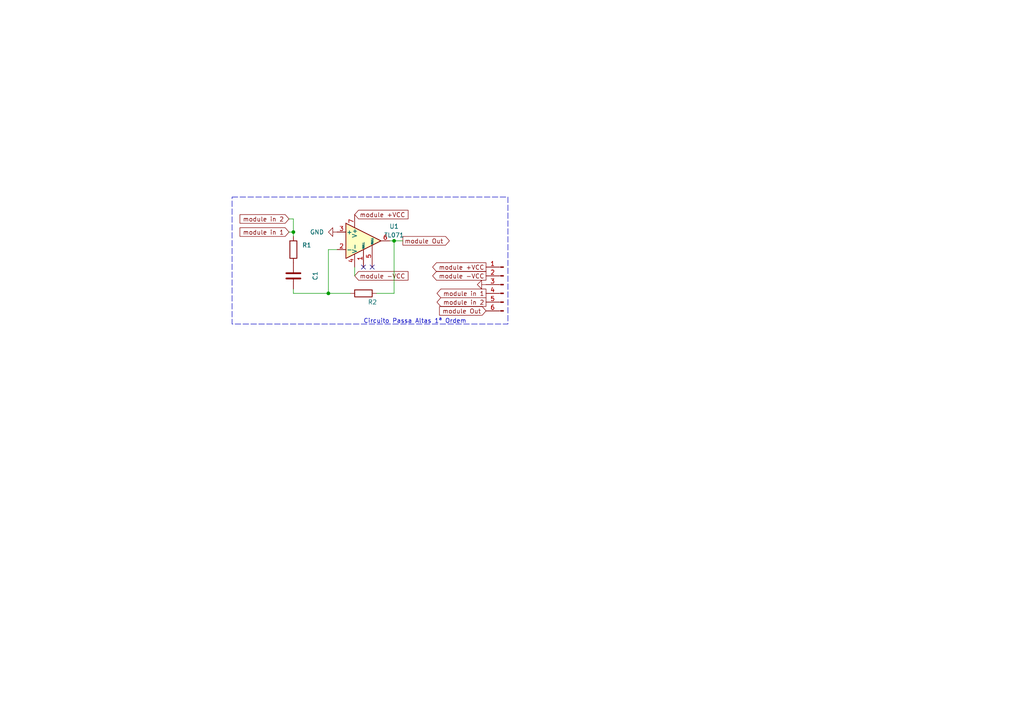
<source format=kicad_sch>
(kicad_sch (version 20230121) (generator eeschema)
  (paper "A4")
  (lib_symbols
    (symbol "Amplifier_Operational:TL071" (pin_names (offset 0.127))
      (property "Reference" "U" (at 0 6.35 0))
      (property "Value" "TL071" (at 0 3.81 0))
      (symbol "TL071_0_1"
        (polyline (pts (xy -5.08 5.08) (xy 5.08 0) (xy -5.08 -5.08) (xy -5.08 5.08)) (stroke (width 0.254)) (fill (type background)))
      )
      (symbol "TL071_1_1"
        (pin input line (at 0 -7.62 90) (length 5.08) (name "NULL") (number "1"))
        (pin input line (at -7.62 -2.54 0) (length 2.54) (name "-") (number "2"))
        (pin input line (at -7.62 2.54 0) (length 2.54) (name "+") (number "3"))
        (pin power_in line (at -2.54 -7.62 90) (length 3.81) (name "V-") (number "4"))
        (pin input line (at 2.54 -7.62 90) (length 6.35) (name "NULL") (number "5"))
        (pin output line (at 7.62 0 180) (length 2.54) (name "~") (number "6"))
        (pin power_in line (at -2.54 7.62 270) (length 3.81) (name "V+") (number "7"))
        (pin no_connect line (at 0 2.54 270) (length 2.54) hide (name "NC") (number "8"))
      )
    )
    (symbol "Connector:Conn_01x06_Pin" (pin_names (offset 1.016) hide)
      (property "Reference" "J" (at 0 7.62 0))
      (property "Value" "Conn_01x06_Pin" (at 0 -10.16 0))
      (symbol "Conn_01x06_Pin_1_1"
        (polyline (pts (xy 1.27 -7.62) (xy 0.8636 -7.62)) (stroke (width 0.1524)))
        (polyline (pts (xy 1.27 -5.08) (xy 0.8636 -5.08)) (stroke (width 0.1524)))
        (polyline (pts (xy 1.27 -2.54) (xy 0.8636 -2.54)) (stroke (width 0.1524)))
        (polyline (pts (xy 1.27 0) (xy 0.8636 0)) (stroke (width 0.1524)))
        (polyline (pts (xy 1.27 2.54) (xy 0.8636 2.54)) (stroke (width 0.1524)))
        (polyline (pts (xy 1.27 5.08) (xy 0.8636 5.08)) (stroke (width 0.1524)))
        (rectangle (start 0.8636 -7.493) (end 0 -7.747) (stroke (width 0.1524)) (fill (type outline)))
        (rectangle (start 0.8636 -4.953) (end 0 -5.207) (stroke (width 0.1524)) (fill (type outline)))
        (rectangle (start 0.8636 -2.413) (end 0 -2.667) (stroke (width 0.1524)) (fill (type outline)))
        (rectangle (start 0.8636 0.127) (end 0 -0.127) (stroke (width 0.1524)) (fill (type outline)))
        (rectangle (start 0.8636 2.667) (end 0 2.413) (stroke (width 0.1524)) (fill (type outline)))
        (rectangle (start 0.8636 5.207) (end 0 4.953) (stroke (width 0.1524)) (fill (type outline)))
        (pin passive line (at 5.08 5.08 180) (length 3.81) (name "Pin_1") (number "1"))
        (pin passive line (at 5.08 2.54 180) (length 3.81) (name "Pin_2") (number "2"))
        (pin passive line (at 5.08 0 180) (length 3.81) (name "Pin_3") (number "3"))
        (pin passive line (at 5.08 -2.54 180) (length 3.81) (name "Pin_4") (number "4"))
        (pin passive line (at 5.08 -5.08 180) (length 3.81) (name "Pin_5") (number "5"))
        (pin passive line (at 5.08 -7.62 180) (length 3.81) (name "Pin_6") (number "6"))
      )
    )
    (symbol "Device:C" (pin_numbers hide) (pin_names (offset 0.254))
      (property "Reference" "C" (at 0.635 2.54 0))
      (property "Value" "C" (at 0.635 -2.54 0))
      (symbol "C_0_1"
        (polyline (pts (xy -2.032 -0.762) (xy 2.032 -0.762)) (stroke (width 0.508)))
        (polyline (pts (xy -2.032 0.762) (xy 2.032 0.762)) (stroke (width 0.508)))
      )
      (symbol "C_1_1"
        (pin passive line (at 0 3.81 270) (length 2.794) (name "~") (number "1"))
        (pin passive line (at 0 -3.81 90) (length 2.794) (name "~") (number "2"))
      )
    )
    (symbol "Device:R" (pin_numbers hide) (pin_names (offset 0))
      (property "Reference" "R" (at 2.032 0 90))
      (property "Value" "R" (at 0 0 90))
      (symbol "R_0_1"
        (rectangle (start -1.016 2.54) (end 1.016 -2.54) (stroke (width 0.254)))
      )
      (symbol "R_1_1"
        (pin passive line (at 0 3.81 270) (length 1.27) (name "~") (number "1"))
        (pin passive line (at 0 -3.81 90) (length 1.27) (name "~") (number "2"))
      )
    )
    (symbol "power:GND" (power) (pin_names (offset 0))
      (property "Value" "GND" (at 0 -3.81 0))
      (symbol "GND_0_1"
        (polyline (pts (xy 0 0) (xy 0 -1.27) (xy 1.27 -1.27) (xy 0 -2.54) (xy -1.27 -1.27) (xy 0 -1.27)))
      )
      (symbol "GND_1_1"
        (pin power_in line (at 0 0 270) (length 0) hide (name "GND") (number "1"))
      )
    )
  )
  (junction (at 95.25 85.09))
  (junction (at 85.09 67.31))
  (junction (at 114.3 69.85))
  (no_connect (at 105.41 77.47))
  (no_connect (at 107.95 77.47))
  (wire (pts (xy 85.09 85.09) (xy 95.25 85.09)))
  (wire (pts (xy 95.25 72.39) (xy 95.25 85.09)))
  (wire (pts (xy 109.22 85.09) (xy 114.3 85.09)))
  (wire (pts (xy 102.87 80.01) (xy 102.87 77.47)))
  (wire (pts (xy 114.3 69.85) (xy 116.84 69.85)))
  (wire (pts (xy 114.3 69.85) (xy 113.03 69.85)))
  (wire (pts (xy 114.3 69.85) (xy 114.3 85.09)))
  (wire (pts (xy 95.25 85.09) (xy 101.6 85.09)))
  (wire (pts (xy 83.82 67.31) (xy 85.09 67.31)))
  (wire (pts (xy 85.09 83.82) (xy 85.09 85.09)))
  (wire (pts (xy 85.09 63.5) (xy 85.09 67.31)))
  (wire (pts (xy 83.82 63.5) (xy 85.09 63.5)))
  (wire (pts (xy 97.79 72.39) (xy 95.25 72.39)))
  (wire (pts (xy 85.09 67.31) (xy 85.09 68.58)))
  (rectangle (start 67.31 57.15) (end 147.32 93.98) (stroke (width 0) (type dash)))
  (text "Circuito Passa Altas 1ª Ordem\n" (at 105.41 93.98 0) (effects (font (size 1.27 1.27)) (justify left bottom)))
  (global_label "module in 2" (shape output) (at 140.97 87.63 180) (property "Intersheetrefs" "${INTERSHEET_REFS}" (effects hide)))
  (global_label "module in 2" (shape input) (at 83.82 63.5 180) (property "Intersheetrefs" "${INTERSHEET_REFS}" (effects hide)))
  (global_label "module in 1" (shape input) (at 83.82 67.31 180) (property "Intersheetrefs" "${INTERSHEET_REFS}" (effects hide)))
  (global_label "module +VCC" (shape output) (at 140.97 77.47 180) (property "Intersheetrefs" "${INTERSHEET_REFS}" (effects hide)))
  (global_label "module +VCC" (shape input) (at 102.87 62.23 0) (property "Intersheetrefs" "${INTERSHEET_REFS}" (effects hide)))
  (global_label "module Out" (shape output) (at 116.84 69.85 0) (property "Intersheetrefs" "${INTERSHEET_REFS}" (effects hide)))
  (global_label "module in 1" (shape output) (at 140.97 85.09 180) (property "Intersheetrefs" "${INTERSHEET_REFS}" (effects hide)))
  (global_label "module -VCC" (shape output) (at 140.97 80.01 180) (property "Intersheetrefs" "${INTERSHEET_REFS}" (effects hide)))
  (global_label "module -VCC" (shape input) (at 102.87 80.01 0) (property "Intersheetrefs" "${INTERSHEET_REFS}" (effects hide)))
  (global_label "module Out" (shape input) (at 140.97 90.17 180) (property "Intersheetrefs" "${INTERSHEET_REFS}" (effects hide)))
  (symbol (lib_id "Device:R") (at 105.41 85.09 270) (unit 1)
    (property "Reference" "R2" (at 106.68 87.63 90) (effects (justify left)))
    (property "Value" "R" (effects hide))
    (property "Footprint" "Resistor_THT:R_Axial_DIN0207_L6.3mm_D2.5mm_P7.62mm_Horizontal" (effects hide))
  )
  (symbol (lib_id "Device:C") (at 85.09 80.01 0) (unit 1)
    (property "Reference" "C1" (at 91.44 80.01 90))
    (property "Value" "C" (effects hide))
  )
  (symbol (lib_id "Connector:Conn_01x06_Pin") (at 146.05 82.55 0) (mirror y) (unit 1)
    (property "Reference" "J1" (effects hide))
    (property "Value" "Conn_01x06_Pin" (effects hide))
    (property "Footprint" "Connector_PinHeader_2.54mm:PinHeader_1x06_P2.54mm_Vertical" (effects hide))
  )
  (symbol (lib_id "Device:R") (at 85.09 72.39 0) (unit 1)
    (property "Reference" "R1" (at 87.63 71.12 0) (effects (justify left)))
    (property "Value" "R" (effects hide))
    (property "Footprint" "Resistor_THT:R_Axial_DIN0207_L6.3mm_D2.5mm_P7.62mm_Horizontal" (effects hide))
  )
  (symbol (lib_id "power:GND") (at 140.97 82.55 270) (unit 1)
    (property "Reference" "#PWR02" (effects hide))
    (property "Value" "GND" (effects hide))
  )
  (symbol (lib_id "power:GND") (at 97.79 67.31 270) (unit 1)
    (property "Reference" "#PWR01" (effects hide))
    (property "Value" "GND" (at 93.98 67.31 90) (effects (justify right)))
  )
  (symbol (lib_id "Amplifier_Operational:TL071") (at 105.41 69.85 0) (unit 1)
    (property "Reference" "U1" (at 114.3 65.6591 0))
    (property "Value" "TL071" (at 114.3 68.1991 0))
    (property "Footprint" "Package_DIP:DIP-8_W7.62mm_Socket" (effects hide))
    (property "Datasheet" "http://www.ti.com/lit/ds/symlink/tl071.pdf" (effects hide))
  )
)
</source>
